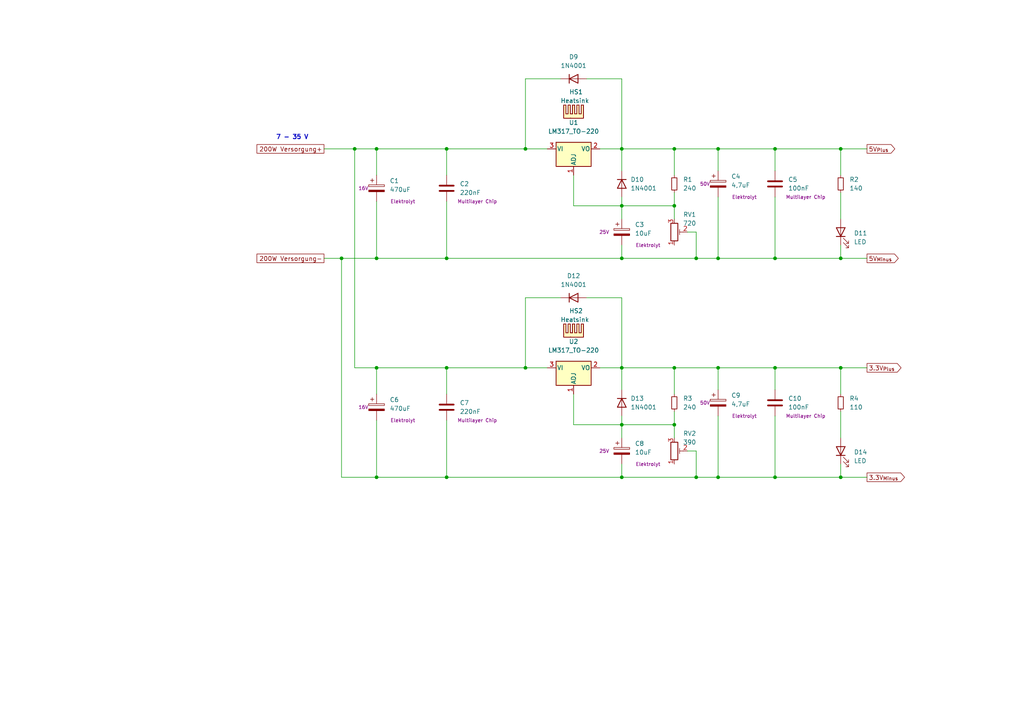
<source format=kicad_sch>
(kicad_sch (version 20211123) (generator eeschema)
  (paper "A4")
  (lib_symbols
    (symbol "Device:C" (pin_numbers hide) (pin_names (offset 0.254))
      (property "Reference" "C" (at 0.635 2.54 0))
      (property "Value" "C" (at 0.635 -2.54 0))
      (symbol "C_0_1"
        (polyline (pts (xy -2.032 -0.762) (xy 2.032 -0.762)) (stroke (width 0.508)))
        (polyline (pts (xy -2.032 0.762) (xy 2.032 0.762)) (stroke (width 0.508)))
      )
      (symbol "C_1_1"
        (pin passive line (at 0 3.81 270) (length 2.794) (name "~") (number "1"))
        (pin passive line (at 0 -3.81 90) (length 2.794) (name "~") (number "2"))
      )
    )
    (symbol "Device:C_Polarized" (pin_numbers hide) (pin_names (offset 0.254))
      (property "Reference" "C" (at 0.635 2.54 0))
      (property "Value" "C_Polarized" (at 0.635 -2.54 0))
      (symbol "C_Polarized_0_1"
        (rectangle (start -2.286 0.508) (end 2.286 1.016))
        (polyline (pts (xy -1.778 2.286) (xy -0.762 2.286)))
        (polyline (pts (xy -1.27 2.794) (xy -1.27 1.778)))
        (rectangle (start 2.286 -0.508) (end -2.286 -1.016) (fill (type outline)))
      )
      (symbol "C_Polarized_1_1"
        (pin passive line (at 0 3.81 270) (length 2.794) (name "~") (number "1"))
        (pin passive line (at 0 -3.81 90) (length 2.794) (name "~") (number "2"))
      )
    )
    (symbol "Device:LED" (pin_numbers hide) (pin_names (offset 1.016) hide)
      (property "Reference" "D" (at 0 2.54 0))
      (property "Value" "LED" (at 0 -2.54 0))
      (symbol "LED_0_1"
        (polyline (pts (xy -1.27 -1.27) (xy -1.27 1.27)) (stroke (width 0.254)))
        (polyline (pts (xy -1.27 0) (xy 1.27 0)))
        (polyline (pts (xy 1.27 -1.27) (xy 1.27 1.27) (xy -1.27 0) (xy 1.27 -1.27)) (stroke (width 0.254)))
        (polyline (pts (xy -3.048 -0.762) (xy -4.572 -2.286) (xy -3.81 -2.286) (xy -4.572 -2.286) (xy -4.572 -1.524)))
        (polyline (pts (xy -1.778 -0.762) (xy -3.302 -2.286) (xy -2.54 -2.286) (xy -3.302 -2.286) (xy -3.302 -1.524)))
      )
      (symbol "LED_1_1"
        (pin passive line (at -3.81 0 0) (length 2.54) (name "K") (number "1"))
        (pin passive line (at 3.81 0 180) (length 2.54) (name "A") (number "2"))
      )
    )
    (symbol "Device:R_Potentiometer_Trim" (pin_names (offset 1.016) hide)
      (property "Reference" "RV" (at -4.445 0 90))
      (property "Value" "R_Potentiometer_Trim" (at -2.54 0 90))
      (symbol "R_Potentiometer_Trim_0_1"
        (polyline (pts (xy 1.524 0.762) (xy 1.524 -0.762)))
        (polyline (pts (xy 2.54 0) (xy 1.524 0)))
        (rectangle (start 1.016 2.54) (end -1.016 -2.54) (stroke (width 0.254)))
      )
      (symbol "R_Potentiometer_Trim_1_1"
        (pin passive line (at 0 3.81 270) (length 1.27) (name "1") (number "1"))
        (pin passive line (at 3.81 0 180) (length 1.27) (name "2") (number "2"))
        (pin passive line (at 0 -3.81 90) (length 1.27) (name "3") (number "3"))
      )
    )
    (symbol "Device:R_Small" (pin_numbers hide) (pin_names (offset 0.254) hide)
      (property "Reference" "R" (at 0.762 0.508 0))
      (property "Value" "R_Small" (at 0.762 -1.016 0))
      (symbol "R_Small_0_1"
        (rectangle (start -0.762 1.778) (end 0.762 -1.778) (stroke (width 0.2032)))
      )
      (symbol "R_Small_1_1"
        (pin passive line (at 0 2.54 270) (length 0.762) (name "~") (number "1"))
        (pin passive line (at 0 -2.54 90) (length 0.762) (name "~") (number "2"))
      )
    )
    (symbol "Diode:1N4002" (pin_numbers hide) (pin_names hide)
      (property "Reference" "D" (at 0 2.54 0))
      (property "Value" "1N4002" (at 0 -2.54 0))
      (symbol "1N4002_0_1"
        (polyline (pts (xy -1.27 1.27) (xy -1.27 -1.27)) (stroke (width 0.254)))
        (polyline (pts (xy 1.27 0) (xy -1.27 0)))
        (polyline (pts (xy 1.27 1.27) (xy 1.27 -1.27) (xy -1.27 0) (xy 1.27 1.27)) (stroke (width 0.254)))
      )
      (symbol "1N4002_1_1"
        (pin passive line (at -3.81 0 0) (length 2.54) (name "K") (number "1"))
        (pin passive line (at 3.81 0 180) (length 2.54) (name "A") (number "2"))
      )
    )
    (symbol "Mechanical:Heatsink" (pin_names (offset 1.016))
      (property "Reference" "HS" (at 0 5.08 0))
      (property "Value" "Heatsink" (at 0 -1.27 0))
      (symbol "Heatsink_0_1"
        (polyline (pts (xy -0.3302 1.27) (xy -0.9652 1.27) (xy -0.9652 3.81) (xy -1.6002 3.81) (xy -1.6002 1.27) (xy -2.2352 1.27) (xy -2.2352 3.81) (xy -2.8702 3.81) (xy -2.8702 0) (xy -0.9652 0)) (stroke (width 0.254)) (fill (type background)))
        (polyline (pts (xy -0.3302 1.27) (xy -0.3302 3.81) (xy 0.3048 3.81) (xy 0.3048 1.27) (xy 0.9398 1.27) (xy 0.9398 3.81) (xy 1.5748 3.81) (xy 1.5748 1.27) (xy 2.2098 1.27) (xy 2.2098 3.81) (xy 2.8448 3.81) (xy 2.8448 0) (xy -0.9652 0)) (stroke (width 0.254)) (fill (type background)))
      )
    )
    (symbol "Regulator_Linear:LM317_TO-220" (pin_names (offset 0.254))
      (property "Reference" "U" (at -3.81 3.175 0))
      (property "Value" "LM317_TO-220" (at 0 3.175 0))
      (symbol "LM317_TO-220_0_1"
        (rectangle (start -5.08 1.905) (end 5.08 -5.08) (stroke (width 0.254)) (fill (type background)))
      )
      (symbol "LM317_TO-220_1_1"
        (pin input line (at 0 -7.62 90) (length 2.54) (name "ADJ") (number "1"))
        (pin power_out line (at 7.62 0 180) (length 2.54) (name "VO") (number "2"))
        (pin power_in line (at -7.62 0 0) (length 2.54) (name "VI") (number "3"))
      )
    )
  )
  (junction (at 243.84 106.68))
  (junction (at 201.93 138.43))
  (junction (at 129.54 43.18))
  (junction (at 180.34 74.93))
  (junction (at 129.54 74.93))
  (junction (at 109.22 74.93))
  (junction (at 224.79 43.18))
  (junction (at 180.34 43.18))
  (junction (at 180.34 123.19))
  (junction (at 208.28 138.43))
  (junction (at 109.22 138.43))
  (junction (at 109.22 43.18))
  (junction (at 152.4 106.68))
  (junction (at 195.58 43.18))
  (junction (at 195.58 59.69))
  (junction (at 129.54 138.43))
  (junction (at 224.79 106.68))
  (junction (at 102.87 43.18))
  (junction (at 243.84 43.18))
  (junction (at 129.54 106.68))
  (junction (at 180.34 106.68))
  (junction (at 243.84 138.43))
  (junction (at 195.58 106.68))
  (junction (at 208.28 74.93))
  (junction (at 180.34 138.43))
  (junction (at 99.06 74.93))
  (junction (at 208.28 106.68))
  (junction (at 180.34 59.69))
  (junction (at 201.93 74.93))
  (junction (at 195.58 123.19))
  (junction (at 243.84 74.93))
  (junction (at 208.28 43.18))
  (junction (at 224.79 74.93))
  (junction (at 224.79 138.43))
  (junction (at 109.22 106.68))
  (junction (at 152.4 43.18))
  (wire (pts (xy 224.79 49.53) (xy 224.79 43.18)))
  (wire (pts (xy 180.34 59.69) (xy 195.58 59.69)))
  (wire (pts (xy 208.28 113.03) (xy 208.28 106.68)))
  (wire (pts (xy 195.58 50.8) (xy 195.58 43.18)))
  (wire (pts (xy 99.06 74.93) (xy 109.22 74.93)))
  (wire (pts (xy 195.58 123.19) (xy 195.58 127)))
  (wire (pts (xy 243.84 50.8) (xy 243.84 43.18)))
  (wire (pts (xy 180.34 57.15) (xy 180.34 59.69)))
  (wire (pts (xy 224.79 113.03) (xy 224.79 106.68)))
  (wire (pts (xy 162.56 22.86) (xy 152.4 22.86)))
  (wire (pts (xy 195.58 119.38) (xy 195.58 123.19)))
  (wire (pts (xy 166.37 59.69) (xy 166.37 50.8)))
  (wire (pts (xy 152.4 43.18) (xy 129.54 43.18)))
  (wire (pts (xy 180.34 123.19) (xy 166.37 123.19)))
  (wire (pts (xy 170.18 22.86) (xy 180.34 22.86)))
  (wire (pts (xy 129.54 106.68) (xy 129.54 114.3)))
  (wire (pts (xy 170.18 86.36) (xy 180.34 86.36)))
  (wire (pts (xy 166.37 123.19) (xy 166.37 114.3)))
  (wire (pts (xy 201.93 67.31) (xy 201.93 74.93)))
  (wire (pts (xy 195.58 55.88) (xy 195.58 59.69)))
  (wire (pts (xy 199.39 67.31) (xy 201.93 67.31)))
  (wire (pts (xy 180.34 123.19) (xy 195.58 123.19)))
  (wire (pts (xy 243.84 43.18) (xy 224.79 43.18)))
  (wire (pts (xy 93.98 74.93) (xy 99.06 74.93)))
  (wire (pts (xy 129.54 121.92) (xy 129.54 138.43)))
  (wire (pts (xy 109.22 106.68) (xy 109.22 114.3)))
  (wire (pts (xy 129.54 138.43) (xy 180.34 138.43)))
  (wire (pts (xy 208.28 49.53) (xy 208.28 43.18)))
  (wire (pts (xy 224.79 138.43) (xy 208.28 138.43)))
  (wire (pts (xy 162.56 86.36) (xy 152.4 86.36)))
  (wire (pts (xy 208.28 120.65) (xy 208.28 138.43)))
  (wire (pts (xy 93.98 43.18) (xy 102.87 43.18)))
  (wire (pts (xy 195.58 59.69) (xy 195.58 63.5)))
  (wire (pts (xy 152.4 106.68) (xy 129.54 106.68)))
  (wire (pts (xy 109.22 58.42) (xy 109.22 74.93)))
  (wire (pts (xy 102.87 43.18) (xy 102.87 106.68)))
  (wire (pts (xy 129.54 43.18) (xy 109.22 43.18)))
  (wire (pts (xy 158.75 106.68) (xy 152.4 106.68)))
  (wire (pts (xy 102.87 106.68) (xy 109.22 106.68)))
  (wire (pts (xy 201.93 138.43) (xy 208.28 138.43)))
  (wire (pts (xy 180.34 63.5) (xy 180.34 59.69)))
  (wire (pts (xy 243.84 74.93) (xy 251.46 74.93)))
  (wire (pts (xy 180.34 86.36) (xy 180.34 106.68)))
  (wire (pts (xy 158.75 43.18) (xy 152.4 43.18)))
  (wire (pts (xy 243.84 138.43) (xy 224.79 138.43)))
  (wire (pts (xy 129.54 106.68) (xy 109.22 106.68)))
  (wire (pts (xy 180.34 49.53) (xy 180.34 43.18)))
  (wire (pts (xy 243.84 55.88) (xy 243.84 63.5)))
  (wire (pts (xy 180.34 71.12) (xy 180.34 74.93)))
  (wire (pts (xy 180.34 59.69) (xy 166.37 59.69)))
  (wire (pts (xy 224.79 106.68) (xy 208.28 106.68)))
  (wire (pts (xy 195.58 114.3) (xy 195.58 106.68)))
  (wire (pts (xy 99.06 74.93) (xy 99.06 138.43)))
  (wire (pts (xy 180.34 138.43) (xy 201.93 138.43)))
  (wire (pts (xy 201.93 130.81) (xy 201.93 138.43)))
  (wire (pts (xy 195.58 106.68) (xy 180.34 106.68)))
  (wire (pts (xy 243.84 138.43) (xy 251.46 138.43)))
  (wire (pts (xy 109.22 138.43) (xy 129.54 138.43)))
  (wire (pts (xy 109.22 43.18) (xy 109.22 50.8)))
  (wire (pts (xy 109.22 121.92) (xy 109.22 138.43)))
  (wire (pts (xy 208.28 57.15) (xy 208.28 74.93)))
  (wire (pts (xy 180.34 43.18) (xy 173.99 43.18)))
  (wire (pts (xy 224.79 57.15) (xy 224.79 74.93)))
  (wire (pts (xy 180.34 134.62) (xy 180.34 138.43)))
  (wire (pts (xy 152.4 86.36) (xy 152.4 106.68)))
  (wire (pts (xy 180.34 74.93) (xy 201.93 74.93)))
  (wire (pts (xy 199.39 130.81) (xy 201.93 130.81)))
  (wire (pts (xy 180.34 127) (xy 180.34 123.19)))
  (wire (pts (xy 243.84 74.93) (xy 224.79 74.93)))
  (wire (pts (xy 109.22 138.43) (xy 99.06 138.43)))
  (wire (pts (xy 180.34 106.68) (xy 173.99 106.68)))
  (wire (pts (xy 201.93 74.93) (xy 208.28 74.93)))
  (wire (pts (xy 208.28 43.18) (xy 195.58 43.18)))
  (wire (pts (xy 109.22 74.93) (xy 129.54 74.93)))
  (wire (pts (xy 129.54 74.93) (xy 180.34 74.93)))
  (wire (pts (xy 224.79 74.93) (xy 208.28 74.93)))
  (wire (pts (xy 243.84 134.62) (xy 243.84 138.43)))
  (wire (pts (xy 243.84 71.12) (xy 243.84 74.93)))
  (wire (pts (xy 102.87 43.18) (xy 109.22 43.18)))
  (wire (pts (xy 152.4 22.86) (xy 152.4 43.18)))
  (wire (pts (xy 224.79 43.18) (xy 208.28 43.18)))
  (wire (pts (xy 208.28 106.68) (xy 195.58 106.68)))
  (wire (pts (xy 129.54 58.42) (xy 129.54 74.93)))
  (wire (pts (xy 243.84 43.18) (xy 251.46 43.18)))
  (wire (pts (xy 243.84 119.38) (xy 243.84 127)))
  (wire (pts (xy 243.84 114.3) (xy 243.84 106.68)))
  (wire (pts (xy 180.34 113.03) (xy 180.34 106.68)))
  (wire (pts (xy 129.54 43.18) (xy 129.54 50.8)))
  (wire (pts (xy 243.84 106.68) (xy 224.79 106.68)))
  (wire (pts (xy 224.79 120.65) (xy 224.79 138.43)))
  (wire (pts (xy 243.84 106.68) (xy 251.46 106.68)))
  (wire (pts (xy 195.58 43.18) (xy 180.34 43.18)))
  (wire (pts (xy 180.34 22.86) (xy 180.34 43.18)))
  (wire (pts (xy 180.34 120.65) (xy 180.34 123.19)))
  (text "7 - 35 V" (at 80.01 40.64 0) (effects (font (size 1.27 1.27) bold) (justify left bottom)))
  (global_label "5V_{Plus}" (shape output) (at 251.46 43.18 0) (property "Intersheet References" "${INTERSHEET_REFS}" (effects hide)))
  (global_label "5V_{Minus}" (shape output) (at 251.46 74.93 0) (property "Intersheet References" "${INTERSHEET_REFS}" (effects hide)))
  (global_label "200W Versorgung-" (shape passive) (at 93.98 74.93 180) (property "Referenzen zwischen Schaltplänen" "${INTERSHEET_REFS}" (effects hide)))
  (global_label "3.3V_{Plus}" (shape output) (at 251.46 106.68 0) (property "Intersheet References" "${INTERSHEET_REFS}" (effects hide)))
  (global_label "3.3V_{Minus}" (shape output) (at 251.46 138.43 0) (property "Intersheet References" "${INTERSHEET_REFS}" (effects hide)))
  (global_label "200W Versorgung+" (shape passive) (at 93.98 43.18 180) (property "Referenzen zwischen Schaltplänen" "${INTERSHEET_REFS}" (effects hide)))
  (symbol (lib_id "Device:C_Polarized") (at 109.22 54.61 0) (unit 1)
    (property "Reference" "C1" (at 113.03 52.4509 0) (effects (justify left)))
    (property "Value" "470uF" (at 113.03 54.9909 0) (effects (justify left)))
    (property "Material" "Elektrolyt" (at 116.84 58.42 0) (effects (font (size 1 1))))
    (property "Spannung" "16V" (at 105.41 54.61 0) (effects (font (size 1 1))))
  )
  (symbol (lib_id "Regulator_Linear:LM317_TO-220") (at 166.37 106.68 0) (unit 1)
    (property "Reference" "U2" (at 166.37 99.06 0))
    (property "Value" "LM317_TO-220" (at 166.37 101.6 0))
    (property "Footprint" "Package_TO_SOT_THT:TO-220-3_Vertical" (effects hide))
    (property "Datasheet" "http://www.ti.com/lit/ds/symlink/lm317.pdf" (effects hide))
    (property "PinOut" "https://nerdytechy.com/lm317t-pinout/" (effects hide))
  )
  (symbol (lib_id "Device:R_Potentiometer_Trim") (at 195.58 67.31 0) (mirror x) (unit 1)
    (property "Reference" "RV1" (at 201.93 62.23 0) (effects (justify right)))
    (property "Value" "720" (at 201.93 64.77 0) (effects (justify right)))
  )
  (symbol (lib_id "Device:C") (at 224.79 53.34 0) (unit 1)
    (property "Reference" "C5" (at 228.6 52.0699 0) (effects (justify left)))
    (property "Value" "100nF" (at 228.6 54.6099 0) (effects (justify left)))
    (property "Material" "Multilayer Chip" (at 233.68 57.15 0) (effects (font (size 1 1))))
  )
  (symbol (lib_id "Diode:1N4002") (at 166.37 22.86 0) (unit 1)
    (property "Reference" "D9" (at 166.37 16.51 0))
    (property "Value" "1N4001" (at 166.37 19.05 0))
    (property "Footprint" "Diode_THT:D_DO-41_SOD81_P10.16mm_Horizontal" (effects hide))
    (property "Datasheet" "http://www.vishay.com/docs/88503/1n4001.pdf" (effects hide))
  )
  (symbol (lib_id "Mechanical:Heatsink") (at 166.37 97.79 0) (unit 1)
    (property "Reference" "HS2" (at 165.1 90.17 0) (effects (justify left)))
    (property "Value" "Heatsink" (at 162.56 92.71 0) (effects (justify left)))
  )
  (symbol (lib_id "Device:C_Polarized") (at 109.22 118.11 0) (unit 1)
    (property "Reference" "C6" (at 113.03 115.9509 0) (effects (justify left)))
    (property "Value" "470uF" (at 113.03 118.4909 0) (effects (justify left)))
    (property "Material" "Elektrolyt" (at 116.84 121.92 0) (effects (font (size 1 1))))
    (property "Spannung" "16V" (at 105.41 118.11 0) (effects (font (size 1 1))))
  )
  (symbol (lib_id "Device:C_Polarized") (at 208.28 53.34 0) (unit 1)
    (property "Reference" "C4" (at 212.09 51.1809 0) (effects (justify left)))
    (property "Value" "4,7uF" (at 212.09 53.7209 0) (effects (justify left)))
    (property "Material" "Elektrolyt" (at 215.9 57.15 0) (effects (font (size 1 1))))
    (property "Spannung" "50V" (at 204.47 53.34 0) (effects (font (size 1 1))))
  )
  (symbol (lib_id "Device:C_Polarized") (at 180.34 130.81 0) (unit 1)
    (property "Reference" "C8" (at 184.15 128.6509 0) (effects (justify left)))
    (property "Value" "10uF" (at 184.15 131.1909 0) (effects (justify left)))
    (property "Material" "Elektrolyt" (at 187.96 134.62 0) (effects (font (size 1 1))))
    (property "Spannung" "25V" (at 175.26 130.81 0) (effects (font (size 1 1))))
  )
  (symbol (lib_id "Device:R_Small") (at 195.58 53.34 0) (unit 1)
    (property "Reference" "R1" (at 198.12 52.07 0) (effects (justify left)))
    (property "Value" "240" (at 198.12 54.6099 0) (effects (justify left)))
  )
  (symbol (lib_id "Mechanical:Heatsink") (at 166.37 34.29 0) (unit 1)
    (property "Reference" "HS1" (at 165.1 26.67 0) (effects (justify left)))
    (property "Value" "Heatsink" (at 162.56 29.21 0) (effects (justify left)))
  )
  (symbol (lib_id "Device:C_Polarized") (at 180.34 67.31 0) (unit 1)
    (property "Reference" "C3" (at 184.15 65.1509 0) (effects (justify left)))
    (property "Value" "10uF" (at 184.15 67.6909 0) (effects (justify left)))
    (property "Material" "Elektrolyt" (at 187.96 71.12 0) (effects (font (size 1 1))))
    (property "Spannung" "25V" (at 175.26 67.31 0) (effects (font (size 1 1))))
  )
  (symbol (lib_id "Regulator_Linear:LM317_TO-220") (at 166.37 43.18 0) (unit 1)
    (property "Reference" "U1" (at 166.37 35.56 0))
    (property "Value" "LM317_TO-220" (at 166.37 38.1 0))
    (property "Footprint" "Package_TO_SOT_THT:TO-220-3_Vertical" (effects hide))
    (property "Datasheet" "http://www.ti.com/lit/ds/symlink/lm317.pdf" (effects hide))
    (property "PinOut" "https://nerdytechy.com/lm317t-pinout/" (effects hide))
  )
  (symbol (lib_id "Device:C_Polarized") (at 208.28 116.84 0) (unit 1)
    (property "Reference" "C9" (at 212.09 114.6809 0) (effects (justify left)))
    (property "Value" "4,7uF" (at 212.09 117.2209 0) (effects (justify left)))
    (property "Material" "Elektrolyt" (at 215.9 120.65 0) (effects (font (size 1 1))))
    (property "Spannung" "50V" (at 204.47 116.84 0) (effects (font (size 1 1))))
  )
  (symbol (lib_id "Diode:1N4002") (at 180.34 53.34 270) (unit 1)
    (property "Reference" "D10" (at 182.88 52.0699 90) (effects (justify left)))
    (property "Value" "1N4001" (at 182.88 54.6099 90) (effects (justify left)))
    (property "Footprint" "Diode_THT:D_DO-41_SOD81_P10.16mm_Horizontal" (effects hide))
    (property "Datasheet" "http://www.vishay.com/docs/88503/1n4001.pdf" (effects hide))
  )
  (symbol (lib_id "Device:C") (at 129.54 118.11 0) (unit 1)
    (property "Reference" "C7" (at 133.35 116.8399 0) (effects (justify left)))
    (property "Value" "220nF" (at 133.35 119.3799 0) (effects (justify left)))
    (property "Material" "Multilayer Chip" (at 138.43 121.92 0) (effects (font (size 1 1))))
  )
  (symbol (lib_id "Diode:1N4002") (at 166.37 86.36 0) (unit 1)
    (property "Reference" "D12" (at 166.37 80.01 0))
    (property "Value" "1N4001" (at 166.37 82.55 0))
    (property "Footprint" "Diode_THT:D_DO-41_SOD81_P10.16mm_Horizontal" (effects hide))
    (property "Datasheet" "http://www.vishay.com/docs/88503/1n4001.pdf" (effects hide))
  )
  (symbol (lib_id "Device:LED") (at 243.84 67.31 90) (unit 1)
    (property "Reference" "D11" (at 247.65 67.6274 90) (effects (justify right)))
    (property "Value" "LED" (at 247.65 70.1674 90) (effects (justify right)))
    (property "Datasheet" "https://www.reichelt.de/led-3-mm-bedrahtet-gelb-3-2-mcd-60--led-3mm-2ma-ge-p21628.html" (effects hide))
  )
  (symbol (lib_id "Device:C") (at 224.79 116.84 0) (unit 1)
    (property "Reference" "C10" (at 228.6 115.5699 0) (effects (justify left)))
    (property "Value" "100nF" (at 228.6 118.1099 0) (effects (justify left)))
    (property "Material" "Multilayer Chip" (at 233.68 120.65 0) (effects (font (size 1 1))))
  )
  (symbol (lib_id "Device:R_Small") (at 243.84 53.34 0) (unit 1)
    (property "Reference" "R2" (at 246.38 52.07 0) (effects (justify left)))
    (property "Value" "140" (at 246.38 54.6099 0) (effects (justify left)))
  )
  (symbol (lib_id "Device:R_Small") (at 195.58 116.84 0) (unit 1)
    (property "Reference" "R3" (at 198.12 115.57 0) (effects (justify left)))
    (property "Value" "240" (at 198.12 118.1099 0) (effects (justify left)))
  )
  (symbol (lib_id "Device:R_Potentiometer_Trim") (at 195.58 130.81 0) (mirror x) (unit 1)
    (property "Reference" "RV2" (at 201.93 125.73 0) (effects (justify right)))
    (property "Value" "390" (at 201.93 128.27 0) (effects (justify right)))
  )
  (symbol (lib_id "Device:R_Small") (at 243.84 116.84 0) (unit 1)
    (property "Reference" "R4" (at 246.38 115.57 0) (effects (justify left)))
    (property "Value" "110" (at 246.38 118.1099 0) (effects (justify left)))
  )
  (symbol (lib_id "Device:LED") (at 243.84 130.81 90) (unit 1)
    (property "Reference" "D14" (at 247.65 131.1274 90) (effects (justify right)))
    (property "Value" "LED" (at 247.65 133.6674 90) (effects (justify right)))
    (property "Datasheet" "https://www.reichelt.de/led-3-mm-bedrahtet-gelb-3-2-mcd-60--led-3mm-2ma-ge-p21628.html" (effects hide))
  )
  (symbol (lib_id "Diode:1N4002") (at 180.34 116.84 270) (unit 1)
    (property "Reference" "D13" (at 182.88 115.5699 90) (effects (justify left)))
    (property "Value" "1N4001" (at 182.88 118.1099 90) (effects (justify left)))
    (property "Footprint" "Diode_THT:D_DO-41_SOD81_P10.16mm_Horizontal" (effects hide))
    (property "Datasheet" "http://www.vishay.com/docs/88503/1n4001.pdf" (effects hide))
  )
  (symbol (lib_id "Device:C") (at 129.54 54.61 0) (unit 1)
    (property "Reference" "C2" (at 133.35 53.3399 0) (effects (justify left)))
    (property "Value" "220nF" (at 133.35 55.8799 0) (effects (justify left)))
    (property "Material" "Multilayer Chip" (at 138.43 58.42 0) (effects (font (size 1 1))))
  )
)
</source>
